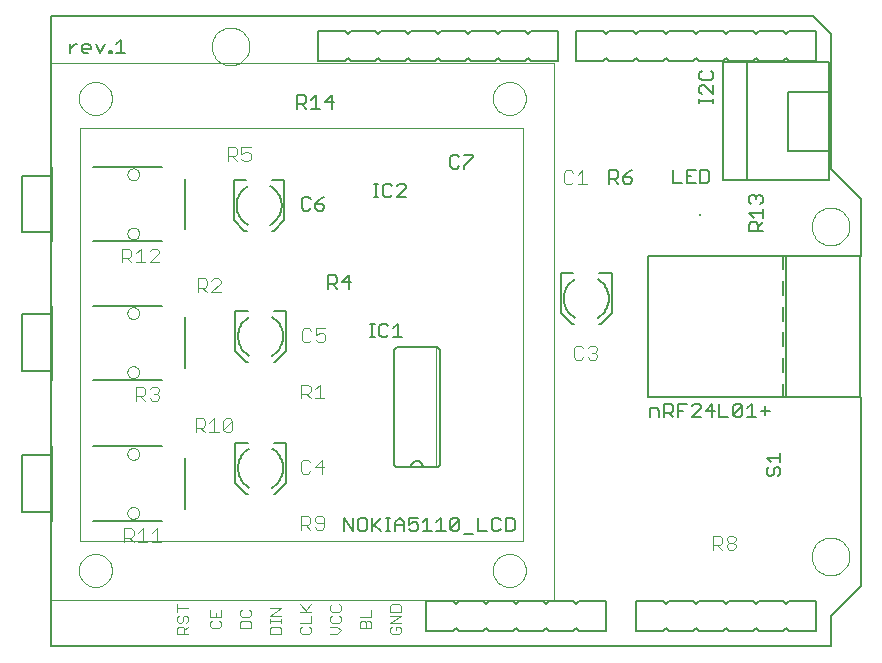
<source format=gto>
G75*
G70*
%OFA0B0*%
%FSLAX24Y24*%
%IPPOS*%
%LPD*%
%AMOC8*
5,1,8,0,0,1.08239X$1,22.5*
%
%ADD10C,0.0000*%
%ADD11C,0.0050*%
%ADD12C,0.0030*%
%ADD13C,0.0060*%
%ADD14C,0.0040*%
%ADD15C,0.0080*%
%ADD16C,0.0020*%
%ADD17R,0.0079X0.0079*%
%ADD18C,0.0039*%
D10*
X004305Y003896D02*
X004307Y003943D01*
X004313Y003989D01*
X004323Y004035D01*
X004336Y004080D01*
X004354Y004123D01*
X004375Y004165D01*
X004399Y004205D01*
X004427Y004242D01*
X004458Y004277D01*
X004492Y004310D01*
X004528Y004339D01*
X004567Y004365D01*
X004608Y004388D01*
X004651Y004407D01*
X004695Y004423D01*
X004740Y004435D01*
X004786Y004443D01*
X004833Y004447D01*
X004879Y004447D01*
X004926Y004443D01*
X004972Y004435D01*
X005017Y004423D01*
X005061Y004407D01*
X005104Y004388D01*
X005145Y004365D01*
X005184Y004339D01*
X005220Y004310D01*
X005254Y004277D01*
X005285Y004242D01*
X005313Y004205D01*
X005337Y004165D01*
X005358Y004123D01*
X005376Y004080D01*
X005389Y004035D01*
X005399Y003989D01*
X005405Y003943D01*
X005407Y003896D01*
X005405Y003849D01*
X005399Y003803D01*
X005389Y003757D01*
X005376Y003712D01*
X005358Y003669D01*
X005337Y003627D01*
X005313Y003587D01*
X005285Y003550D01*
X005254Y003515D01*
X005220Y003482D01*
X005184Y003453D01*
X005145Y003427D01*
X005104Y003404D01*
X005061Y003385D01*
X005017Y003369D01*
X004972Y003357D01*
X004926Y003349D01*
X004879Y003345D01*
X004833Y003345D01*
X004786Y003349D01*
X004740Y003357D01*
X004695Y003369D01*
X004651Y003385D01*
X004608Y003404D01*
X004567Y003427D01*
X004528Y003453D01*
X004492Y003482D01*
X004458Y003515D01*
X004427Y003550D01*
X004399Y003587D01*
X004375Y003627D01*
X004354Y003669D01*
X004336Y003712D01*
X004323Y003757D01*
X004313Y003803D01*
X004307Y003849D01*
X004305Y003896D01*
X005919Y005811D02*
X005921Y005838D01*
X005927Y005865D01*
X005936Y005891D01*
X005949Y005915D01*
X005965Y005938D01*
X005984Y005957D01*
X006006Y005974D01*
X006030Y005988D01*
X006055Y005998D01*
X006082Y006005D01*
X006109Y006008D01*
X006137Y006007D01*
X006164Y006002D01*
X006190Y005994D01*
X006214Y005982D01*
X006237Y005966D01*
X006258Y005948D01*
X006275Y005927D01*
X006290Y005903D01*
X006301Y005878D01*
X006309Y005852D01*
X006313Y005825D01*
X006313Y005797D01*
X006309Y005770D01*
X006301Y005744D01*
X006290Y005719D01*
X006275Y005695D01*
X006258Y005674D01*
X006237Y005656D01*
X006215Y005640D01*
X006190Y005628D01*
X006164Y005620D01*
X006137Y005615D01*
X006109Y005614D01*
X006082Y005617D01*
X006055Y005624D01*
X006030Y005634D01*
X006006Y005648D01*
X005984Y005665D01*
X005965Y005684D01*
X005949Y005707D01*
X005936Y005731D01*
X005927Y005757D01*
X005921Y005784D01*
X005919Y005811D01*
X005919Y007780D02*
X005921Y007807D01*
X005927Y007834D01*
X005936Y007860D01*
X005949Y007884D01*
X005965Y007907D01*
X005984Y007926D01*
X006006Y007943D01*
X006030Y007957D01*
X006055Y007967D01*
X006082Y007974D01*
X006109Y007977D01*
X006137Y007976D01*
X006164Y007971D01*
X006190Y007963D01*
X006214Y007951D01*
X006237Y007935D01*
X006258Y007917D01*
X006275Y007896D01*
X006290Y007872D01*
X006301Y007847D01*
X006309Y007821D01*
X006313Y007794D01*
X006313Y007766D01*
X006309Y007739D01*
X006301Y007713D01*
X006290Y007688D01*
X006275Y007664D01*
X006258Y007643D01*
X006237Y007625D01*
X006215Y007609D01*
X006190Y007597D01*
X006164Y007589D01*
X006137Y007584D01*
X006109Y007583D01*
X006082Y007586D01*
X006055Y007593D01*
X006030Y007603D01*
X006006Y007617D01*
X005984Y007634D01*
X005965Y007653D01*
X005949Y007676D01*
X005936Y007700D01*
X005927Y007726D01*
X005921Y007753D01*
X005919Y007780D01*
X005919Y010501D02*
X005921Y010528D01*
X005927Y010555D01*
X005936Y010581D01*
X005949Y010605D01*
X005965Y010628D01*
X005984Y010647D01*
X006006Y010664D01*
X006030Y010678D01*
X006055Y010688D01*
X006082Y010695D01*
X006109Y010698D01*
X006137Y010697D01*
X006164Y010692D01*
X006190Y010684D01*
X006214Y010672D01*
X006237Y010656D01*
X006258Y010638D01*
X006275Y010617D01*
X006290Y010593D01*
X006301Y010568D01*
X006309Y010542D01*
X006313Y010515D01*
X006313Y010487D01*
X006309Y010460D01*
X006301Y010434D01*
X006290Y010409D01*
X006275Y010385D01*
X006258Y010364D01*
X006237Y010346D01*
X006215Y010330D01*
X006190Y010318D01*
X006164Y010310D01*
X006137Y010305D01*
X006109Y010304D01*
X006082Y010307D01*
X006055Y010314D01*
X006030Y010324D01*
X006006Y010338D01*
X005984Y010355D01*
X005965Y010374D01*
X005949Y010397D01*
X005936Y010421D01*
X005927Y010447D01*
X005921Y010474D01*
X005919Y010501D01*
X005919Y012469D02*
X005921Y012496D01*
X005927Y012523D01*
X005936Y012549D01*
X005949Y012573D01*
X005965Y012596D01*
X005984Y012615D01*
X006006Y012632D01*
X006030Y012646D01*
X006055Y012656D01*
X006082Y012663D01*
X006109Y012666D01*
X006137Y012665D01*
X006164Y012660D01*
X006190Y012652D01*
X006214Y012640D01*
X006237Y012624D01*
X006258Y012606D01*
X006275Y012585D01*
X006290Y012561D01*
X006301Y012536D01*
X006309Y012510D01*
X006313Y012483D01*
X006313Y012455D01*
X006309Y012428D01*
X006301Y012402D01*
X006290Y012377D01*
X006275Y012353D01*
X006258Y012332D01*
X006237Y012314D01*
X006215Y012298D01*
X006190Y012286D01*
X006164Y012278D01*
X006137Y012273D01*
X006109Y012272D01*
X006082Y012275D01*
X006055Y012282D01*
X006030Y012292D01*
X006006Y012306D01*
X005984Y012323D01*
X005965Y012342D01*
X005949Y012365D01*
X005936Y012389D01*
X005927Y012415D01*
X005921Y012442D01*
X005919Y012469D01*
X005919Y015128D02*
X005921Y015155D01*
X005927Y015182D01*
X005936Y015208D01*
X005949Y015232D01*
X005965Y015255D01*
X005984Y015274D01*
X006006Y015291D01*
X006030Y015305D01*
X006055Y015315D01*
X006082Y015322D01*
X006109Y015325D01*
X006137Y015324D01*
X006164Y015319D01*
X006190Y015311D01*
X006214Y015299D01*
X006237Y015283D01*
X006258Y015265D01*
X006275Y015244D01*
X006290Y015220D01*
X006301Y015195D01*
X006309Y015169D01*
X006313Y015142D01*
X006313Y015114D01*
X006309Y015087D01*
X006301Y015061D01*
X006290Y015036D01*
X006275Y015012D01*
X006258Y014991D01*
X006237Y014973D01*
X006215Y014957D01*
X006190Y014945D01*
X006164Y014937D01*
X006137Y014932D01*
X006109Y014931D01*
X006082Y014934D01*
X006055Y014941D01*
X006030Y014951D01*
X006006Y014965D01*
X005984Y014982D01*
X005965Y015001D01*
X005949Y015024D01*
X005936Y015048D01*
X005927Y015074D01*
X005921Y015101D01*
X005919Y015128D01*
X005919Y017096D02*
X005921Y017123D01*
X005927Y017150D01*
X005936Y017176D01*
X005949Y017200D01*
X005965Y017223D01*
X005984Y017242D01*
X006006Y017259D01*
X006030Y017273D01*
X006055Y017283D01*
X006082Y017290D01*
X006109Y017293D01*
X006137Y017292D01*
X006164Y017287D01*
X006190Y017279D01*
X006214Y017267D01*
X006237Y017251D01*
X006258Y017233D01*
X006275Y017212D01*
X006290Y017188D01*
X006301Y017163D01*
X006309Y017137D01*
X006313Y017110D01*
X006313Y017082D01*
X006309Y017055D01*
X006301Y017029D01*
X006290Y017004D01*
X006275Y016980D01*
X006258Y016959D01*
X006237Y016941D01*
X006215Y016925D01*
X006190Y016913D01*
X006164Y016905D01*
X006137Y016900D01*
X006109Y016899D01*
X006082Y016902D01*
X006055Y016909D01*
X006030Y016919D01*
X006006Y016933D01*
X005984Y016950D01*
X005965Y016969D01*
X005949Y016992D01*
X005936Y017016D01*
X005927Y017042D01*
X005921Y017069D01*
X005919Y017096D01*
X004305Y019629D02*
X004307Y019676D01*
X004313Y019722D01*
X004323Y019768D01*
X004336Y019813D01*
X004354Y019856D01*
X004375Y019898D01*
X004399Y019938D01*
X004427Y019975D01*
X004458Y020010D01*
X004492Y020043D01*
X004528Y020072D01*
X004567Y020098D01*
X004608Y020121D01*
X004651Y020140D01*
X004695Y020156D01*
X004740Y020168D01*
X004786Y020176D01*
X004833Y020180D01*
X004879Y020180D01*
X004926Y020176D01*
X004972Y020168D01*
X005017Y020156D01*
X005061Y020140D01*
X005104Y020121D01*
X005145Y020098D01*
X005184Y020072D01*
X005220Y020043D01*
X005254Y020010D01*
X005285Y019975D01*
X005313Y019938D01*
X005337Y019898D01*
X005358Y019856D01*
X005376Y019813D01*
X005389Y019768D01*
X005399Y019722D01*
X005405Y019676D01*
X005407Y019629D01*
X005405Y019582D01*
X005399Y019536D01*
X005389Y019490D01*
X005376Y019445D01*
X005358Y019402D01*
X005337Y019360D01*
X005313Y019320D01*
X005285Y019283D01*
X005254Y019248D01*
X005220Y019215D01*
X005184Y019186D01*
X005145Y019160D01*
X005104Y019137D01*
X005061Y019118D01*
X005017Y019102D01*
X004972Y019090D01*
X004926Y019082D01*
X004879Y019078D01*
X004833Y019078D01*
X004786Y019082D01*
X004740Y019090D01*
X004695Y019102D01*
X004651Y019118D01*
X004608Y019137D01*
X004567Y019160D01*
X004528Y019186D01*
X004492Y019215D01*
X004458Y019248D01*
X004427Y019283D01*
X004399Y019320D01*
X004375Y019360D01*
X004354Y019402D01*
X004336Y019445D01*
X004323Y019490D01*
X004313Y019536D01*
X004307Y019582D01*
X004305Y019629D01*
X008730Y021360D02*
X008732Y021410D01*
X008738Y021460D01*
X008748Y021509D01*
X008762Y021557D01*
X008779Y021604D01*
X008800Y021649D01*
X008825Y021693D01*
X008853Y021734D01*
X008885Y021773D01*
X008919Y021810D01*
X008956Y021844D01*
X008996Y021874D01*
X009038Y021901D01*
X009082Y021925D01*
X009128Y021946D01*
X009175Y021962D01*
X009223Y021975D01*
X009273Y021984D01*
X009322Y021989D01*
X009373Y021990D01*
X009423Y021987D01*
X009472Y021980D01*
X009521Y021969D01*
X009569Y021954D01*
X009615Y021936D01*
X009660Y021914D01*
X009703Y021888D01*
X009744Y021859D01*
X009783Y021827D01*
X009819Y021792D01*
X009851Y021754D01*
X009881Y021714D01*
X009908Y021671D01*
X009931Y021627D01*
X009950Y021581D01*
X009966Y021533D01*
X009978Y021484D01*
X009986Y021435D01*
X009990Y021385D01*
X009990Y021335D01*
X009986Y021285D01*
X009978Y021236D01*
X009966Y021187D01*
X009950Y021139D01*
X009931Y021093D01*
X009908Y021049D01*
X009881Y021006D01*
X009851Y020966D01*
X009819Y020928D01*
X009783Y020893D01*
X009744Y020861D01*
X009703Y020832D01*
X009660Y020806D01*
X009615Y020784D01*
X009569Y020766D01*
X009521Y020751D01*
X009472Y020740D01*
X009423Y020733D01*
X009373Y020730D01*
X009322Y020731D01*
X009273Y020736D01*
X009223Y020745D01*
X009175Y020758D01*
X009128Y020774D01*
X009082Y020795D01*
X009038Y020819D01*
X008996Y020846D01*
X008956Y020876D01*
X008919Y020910D01*
X008885Y020947D01*
X008853Y020986D01*
X008825Y021027D01*
X008800Y021071D01*
X008779Y021116D01*
X008762Y021163D01*
X008748Y021211D01*
X008738Y021260D01*
X008732Y021310D01*
X008730Y021360D01*
X018104Y019629D02*
X018106Y019676D01*
X018112Y019722D01*
X018122Y019768D01*
X018135Y019813D01*
X018153Y019856D01*
X018174Y019898D01*
X018198Y019938D01*
X018226Y019975D01*
X018257Y020010D01*
X018291Y020043D01*
X018327Y020072D01*
X018366Y020098D01*
X018407Y020121D01*
X018450Y020140D01*
X018494Y020156D01*
X018539Y020168D01*
X018585Y020176D01*
X018632Y020180D01*
X018678Y020180D01*
X018725Y020176D01*
X018771Y020168D01*
X018816Y020156D01*
X018860Y020140D01*
X018903Y020121D01*
X018944Y020098D01*
X018983Y020072D01*
X019019Y020043D01*
X019053Y020010D01*
X019084Y019975D01*
X019112Y019938D01*
X019136Y019898D01*
X019157Y019856D01*
X019175Y019813D01*
X019188Y019768D01*
X019198Y019722D01*
X019204Y019676D01*
X019206Y019629D01*
X019204Y019582D01*
X019198Y019536D01*
X019188Y019490D01*
X019175Y019445D01*
X019157Y019402D01*
X019136Y019360D01*
X019112Y019320D01*
X019084Y019283D01*
X019053Y019248D01*
X019019Y019215D01*
X018983Y019186D01*
X018944Y019160D01*
X018903Y019137D01*
X018860Y019118D01*
X018816Y019102D01*
X018771Y019090D01*
X018725Y019082D01*
X018678Y019078D01*
X018632Y019078D01*
X018585Y019082D01*
X018539Y019090D01*
X018494Y019102D01*
X018450Y019118D01*
X018407Y019137D01*
X018366Y019160D01*
X018327Y019186D01*
X018291Y019215D01*
X018257Y019248D01*
X018226Y019283D01*
X018198Y019320D01*
X018174Y019360D01*
X018153Y019402D01*
X018135Y019445D01*
X018122Y019490D01*
X018112Y019536D01*
X018106Y019582D01*
X018104Y019629D01*
X028730Y015360D02*
X028732Y015410D01*
X028738Y015460D01*
X028748Y015509D01*
X028762Y015557D01*
X028779Y015604D01*
X028800Y015649D01*
X028825Y015693D01*
X028853Y015734D01*
X028885Y015773D01*
X028919Y015810D01*
X028956Y015844D01*
X028996Y015874D01*
X029038Y015901D01*
X029082Y015925D01*
X029128Y015946D01*
X029175Y015962D01*
X029223Y015975D01*
X029273Y015984D01*
X029322Y015989D01*
X029373Y015990D01*
X029423Y015987D01*
X029472Y015980D01*
X029521Y015969D01*
X029569Y015954D01*
X029615Y015936D01*
X029660Y015914D01*
X029703Y015888D01*
X029744Y015859D01*
X029783Y015827D01*
X029819Y015792D01*
X029851Y015754D01*
X029881Y015714D01*
X029908Y015671D01*
X029931Y015627D01*
X029950Y015581D01*
X029966Y015533D01*
X029978Y015484D01*
X029986Y015435D01*
X029990Y015385D01*
X029990Y015335D01*
X029986Y015285D01*
X029978Y015236D01*
X029966Y015187D01*
X029950Y015139D01*
X029931Y015093D01*
X029908Y015049D01*
X029881Y015006D01*
X029851Y014966D01*
X029819Y014928D01*
X029783Y014893D01*
X029744Y014861D01*
X029703Y014832D01*
X029660Y014806D01*
X029615Y014784D01*
X029569Y014766D01*
X029521Y014751D01*
X029472Y014740D01*
X029423Y014733D01*
X029373Y014730D01*
X029322Y014731D01*
X029273Y014736D01*
X029223Y014745D01*
X029175Y014758D01*
X029128Y014774D01*
X029082Y014795D01*
X029038Y014819D01*
X028996Y014846D01*
X028956Y014876D01*
X028919Y014910D01*
X028885Y014947D01*
X028853Y014986D01*
X028825Y015027D01*
X028800Y015071D01*
X028779Y015116D01*
X028762Y015163D01*
X028748Y015211D01*
X028738Y015260D01*
X028732Y015310D01*
X028730Y015360D01*
X028730Y004360D02*
X028732Y004410D01*
X028738Y004460D01*
X028748Y004509D01*
X028762Y004557D01*
X028779Y004604D01*
X028800Y004649D01*
X028825Y004693D01*
X028853Y004734D01*
X028885Y004773D01*
X028919Y004810D01*
X028956Y004844D01*
X028996Y004874D01*
X029038Y004901D01*
X029082Y004925D01*
X029128Y004946D01*
X029175Y004962D01*
X029223Y004975D01*
X029273Y004984D01*
X029322Y004989D01*
X029373Y004990D01*
X029423Y004987D01*
X029472Y004980D01*
X029521Y004969D01*
X029569Y004954D01*
X029615Y004936D01*
X029660Y004914D01*
X029703Y004888D01*
X029744Y004859D01*
X029783Y004827D01*
X029819Y004792D01*
X029851Y004754D01*
X029881Y004714D01*
X029908Y004671D01*
X029931Y004627D01*
X029950Y004581D01*
X029966Y004533D01*
X029978Y004484D01*
X029986Y004435D01*
X029990Y004385D01*
X029990Y004335D01*
X029986Y004285D01*
X029978Y004236D01*
X029966Y004187D01*
X029950Y004139D01*
X029931Y004093D01*
X029908Y004049D01*
X029881Y004006D01*
X029851Y003966D01*
X029819Y003928D01*
X029783Y003893D01*
X029744Y003861D01*
X029703Y003832D01*
X029660Y003806D01*
X029615Y003784D01*
X029569Y003766D01*
X029521Y003751D01*
X029472Y003740D01*
X029423Y003733D01*
X029373Y003730D01*
X029322Y003731D01*
X029273Y003736D01*
X029223Y003745D01*
X029175Y003758D01*
X029128Y003774D01*
X029082Y003795D01*
X029038Y003819D01*
X028996Y003846D01*
X028956Y003876D01*
X028919Y003910D01*
X028885Y003947D01*
X028853Y003986D01*
X028825Y004027D01*
X028800Y004071D01*
X028779Y004116D01*
X028762Y004163D01*
X028748Y004211D01*
X028738Y004260D01*
X028732Y004310D01*
X028730Y004360D01*
X018104Y003896D02*
X018106Y003943D01*
X018112Y003989D01*
X018122Y004035D01*
X018135Y004080D01*
X018153Y004123D01*
X018174Y004165D01*
X018198Y004205D01*
X018226Y004242D01*
X018257Y004277D01*
X018291Y004310D01*
X018327Y004339D01*
X018366Y004365D01*
X018407Y004388D01*
X018450Y004407D01*
X018494Y004423D01*
X018539Y004435D01*
X018585Y004443D01*
X018632Y004447D01*
X018678Y004447D01*
X018725Y004443D01*
X018771Y004435D01*
X018816Y004423D01*
X018860Y004407D01*
X018903Y004388D01*
X018944Y004365D01*
X018983Y004339D01*
X019019Y004310D01*
X019053Y004277D01*
X019084Y004242D01*
X019112Y004205D01*
X019136Y004165D01*
X019157Y004123D01*
X019175Y004080D01*
X019188Y004035D01*
X019198Y003989D01*
X019204Y003943D01*
X019206Y003896D01*
X019204Y003849D01*
X019198Y003803D01*
X019188Y003757D01*
X019175Y003712D01*
X019157Y003669D01*
X019136Y003627D01*
X019112Y003587D01*
X019084Y003550D01*
X019053Y003515D01*
X019019Y003482D01*
X018983Y003453D01*
X018944Y003427D01*
X018903Y003404D01*
X018860Y003385D01*
X018816Y003369D01*
X018771Y003357D01*
X018725Y003349D01*
X018678Y003345D01*
X018632Y003345D01*
X018585Y003349D01*
X018539Y003357D01*
X018494Y003369D01*
X018450Y003385D01*
X018407Y003404D01*
X018366Y003427D01*
X018327Y003453D01*
X018291Y003482D01*
X018257Y003515D01*
X018226Y003550D01*
X018198Y003587D01*
X018174Y003627D01*
X018153Y003669D01*
X018135Y003712D01*
X018122Y003757D01*
X018112Y003803D01*
X018106Y003849D01*
X018104Y003896D01*
D11*
X029360Y001360D02*
X003360Y001360D01*
X003360Y022360D01*
X028760Y022360D01*
X029360Y021760D01*
X029360Y017260D01*
X030360Y016260D01*
X030360Y014360D01*
X027860Y014360D01*
X027860Y009660D01*
X030360Y009660D01*
X030360Y003360D01*
X029360Y002360D01*
X029360Y001360D01*
X027609Y007048D02*
X027684Y007123D01*
X027684Y007273D01*
X027609Y007348D01*
X027534Y007348D01*
X027459Y007273D01*
X027459Y007123D01*
X027384Y007048D01*
X027309Y007048D01*
X027234Y007123D01*
X027234Y007273D01*
X027309Y007348D01*
X027384Y007508D02*
X027234Y007658D01*
X027684Y007658D01*
X027684Y007508D02*
X027684Y007808D01*
X027188Y009070D02*
X027188Y009370D01*
X027038Y009220D02*
X027338Y009220D01*
X027788Y009666D02*
X027788Y010125D01*
X027788Y010519D02*
X027788Y010978D01*
X027788Y011372D02*
X027788Y011831D01*
X027788Y012225D02*
X027788Y012684D01*
X027788Y013078D02*
X027788Y013537D01*
X027788Y013931D02*
X027788Y014390D01*
X030347Y014390D01*
X030347Y009666D01*
X027788Y009666D01*
X023260Y009666D01*
X023260Y014390D01*
X027788Y014390D01*
X027095Y015194D02*
X026645Y015194D01*
X026645Y015419D01*
X026720Y015494D01*
X026870Y015494D01*
X026945Y015419D01*
X026945Y015194D01*
X026945Y015344D02*
X027095Y015494D01*
X027095Y015654D02*
X027095Y015954D01*
X027095Y015804D02*
X026645Y015804D01*
X026795Y015654D01*
X026720Y016115D02*
X026645Y016190D01*
X026645Y016340D01*
X026720Y016415D01*
X026795Y016415D01*
X026870Y016340D01*
X026945Y016415D01*
X027020Y016415D01*
X027095Y016340D01*
X027095Y016190D01*
X027020Y016115D01*
X026870Y016265D02*
X026870Y016340D01*
X026566Y016898D02*
X025779Y016898D01*
X025779Y020835D01*
X026566Y020835D01*
X026566Y016898D01*
X029322Y016898D01*
X029322Y017882D01*
X027944Y017882D01*
X027944Y019851D01*
X029322Y019851D01*
X029322Y017882D01*
X029322Y019851D02*
X029322Y020835D01*
X026566Y020835D01*
X025434Y020466D02*
X025434Y020316D01*
X025359Y020241D01*
X025059Y020241D01*
X024983Y020316D01*
X024983Y020466D01*
X025059Y020541D01*
X025359Y020541D02*
X025434Y020466D01*
X025434Y020081D02*
X025434Y019781D01*
X025134Y020081D01*
X025059Y020081D01*
X024983Y020006D01*
X024983Y019856D01*
X025059Y019781D01*
X024983Y019624D02*
X024983Y019474D01*
X024983Y019549D02*
X025434Y019549D01*
X025434Y019474D02*
X025434Y019624D01*
X025244Y017252D02*
X025019Y017252D01*
X025019Y016802D01*
X025244Y016802D01*
X025319Y016877D01*
X025319Y017177D01*
X025244Y017252D01*
X024859Y017252D02*
X024558Y017252D01*
X024558Y016802D01*
X024859Y016802D01*
X024709Y017027D02*
X024558Y017027D01*
X024398Y016802D02*
X024098Y016802D01*
X024098Y017252D01*
X022746Y017235D02*
X022596Y017160D01*
X022445Y017010D01*
X022671Y017010D01*
X022746Y016935D01*
X022746Y016860D01*
X022671Y016785D01*
X022520Y016785D01*
X022445Y016860D01*
X022445Y017010D01*
X022285Y017010D02*
X022285Y017160D01*
X022210Y017235D01*
X021985Y017235D01*
X021985Y016785D01*
X021985Y016935D02*
X022210Y016935D01*
X022285Y017010D01*
X022135Y016935D02*
X022285Y016785D01*
X017446Y017660D02*
X017145Y017360D01*
X017145Y017285D01*
X016985Y017360D02*
X016910Y017285D01*
X016760Y017285D01*
X016685Y017360D01*
X016685Y017660D01*
X016760Y017735D01*
X016910Y017735D01*
X016985Y017660D01*
X017145Y017735D02*
X017446Y017735D01*
X017446Y017660D01*
X015203Y016710D02*
X015128Y016785D01*
X014977Y016785D01*
X014902Y016710D01*
X014742Y016710D02*
X014667Y016785D01*
X014517Y016785D01*
X014442Y016710D01*
X014442Y016410D01*
X014517Y016335D01*
X014667Y016335D01*
X014742Y016410D01*
X014902Y016335D02*
X015203Y016635D01*
X015203Y016710D01*
X015203Y016335D02*
X014902Y016335D01*
X014285Y016335D02*
X014135Y016335D01*
X014210Y016335D02*
X014210Y016785D01*
X014135Y016785D02*
X014285Y016785D01*
X012489Y016339D02*
X012339Y016264D01*
X012189Y016114D01*
X012414Y016114D01*
X012489Y016039D01*
X012489Y015964D01*
X012414Y015888D01*
X012264Y015888D01*
X012189Y015964D01*
X012189Y016114D01*
X012029Y016264D02*
X011954Y016339D01*
X011804Y016339D01*
X011729Y016264D01*
X011729Y015964D01*
X011804Y015888D01*
X011954Y015888D01*
X012029Y015964D01*
X012614Y013730D02*
X012839Y013730D01*
X012914Y013655D01*
X012914Y013505D01*
X012839Y013430D01*
X012614Y013430D01*
X012614Y013280D02*
X012614Y013730D01*
X012764Y013430D02*
X012914Y013280D01*
X013075Y013505D02*
X013375Y013505D01*
X013300Y013280D02*
X013300Y013730D01*
X013075Y013505D01*
X014013Y012124D02*
X014163Y012124D01*
X014088Y012124D02*
X014088Y011674D01*
X014013Y011674D02*
X014163Y011674D01*
X014320Y011749D02*
X014395Y011674D01*
X014545Y011674D01*
X014620Y011749D01*
X014780Y011674D02*
X015081Y011674D01*
X014930Y011674D02*
X014930Y012124D01*
X014780Y011974D01*
X014620Y012049D02*
X014545Y012124D01*
X014395Y012124D01*
X014320Y012049D01*
X014320Y011749D01*
X014376Y005645D02*
X014076Y005345D01*
X014151Y005420D02*
X014376Y005195D01*
X014536Y005195D02*
X014686Y005195D01*
X014611Y005195D02*
X014611Y005645D01*
X014536Y005645D02*
X014686Y005645D01*
X014843Y005495D02*
X014993Y005645D01*
X015143Y005495D01*
X015143Y005195D01*
X015303Y005270D02*
X015379Y005195D01*
X015529Y005195D01*
X015604Y005270D01*
X015604Y005420D01*
X015529Y005495D01*
X015454Y005495D01*
X015303Y005420D01*
X015303Y005645D01*
X015604Y005645D01*
X015764Y005495D02*
X015914Y005645D01*
X015914Y005195D01*
X015764Y005195D02*
X016064Y005195D01*
X016224Y005195D02*
X016525Y005195D01*
X016374Y005195D02*
X016374Y005645D01*
X016224Y005495D01*
X016685Y005570D02*
X016685Y005270D01*
X016985Y005570D01*
X016985Y005270D01*
X016910Y005195D01*
X016760Y005195D01*
X016685Y005270D01*
X016685Y005570D02*
X016760Y005645D01*
X016910Y005645D01*
X016985Y005570D01*
X017145Y005120D02*
X017445Y005120D01*
X017605Y005195D02*
X017906Y005195D01*
X018066Y005270D02*
X018141Y005195D01*
X018291Y005195D01*
X018366Y005270D01*
X018526Y005195D02*
X018751Y005195D01*
X018827Y005270D01*
X018827Y005570D01*
X018751Y005645D01*
X018526Y005645D01*
X018526Y005195D01*
X018366Y005570D02*
X018291Y005645D01*
X018141Y005645D01*
X018066Y005570D01*
X018066Y005270D01*
X017605Y005195D02*
X017605Y005645D01*
X015143Y005420D02*
X014843Y005420D01*
X014843Y005495D02*
X014843Y005195D01*
X014076Y005195D02*
X014076Y005645D01*
X013916Y005570D02*
X013841Y005645D01*
X013690Y005645D01*
X013615Y005570D01*
X013615Y005270D01*
X013690Y005195D01*
X013841Y005195D01*
X013916Y005270D01*
X013916Y005570D01*
X013455Y005645D02*
X013455Y005195D01*
X013155Y005645D01*
X013155Y005195D01*
X023355Y008995D02*
X023355Y009295D01*
X023580Y009295D01*
X023655Y009220D01*
X023655Y008995D01*
X023815Y008995D02*
X023815Y009445D01*
X024041Y009445D01*
X024116Y009370D01*
X024116Y009220D01*
X024041Y009145D01*
X023815Y009145D01*
X023966Y009145D02*
X024116Y008995D01*
X024276Y008995D02*
X024276Y009445D01*
X024576Y009445D01*
X024736Y009370D02*
X024811Y009445D01*
X024961Y009445D01*
X025036Y009370D01*
X025036Y009295D01*
X024736Y008995D01*
X025036Y008995D01*
X025197Y009220D02*
X025497Y009220D01*
X025422Y008995D02*
X025422Y009445D01*
X025197Y009220D01*
X025657Y008995D02*
X025957Y008995D01*
X026117Y009070D02*
X026117Y009370D01*
X026192Y009445D01*
X026343Y009445D01*
X026418Y009370D01*
X026117Y009070D01*
X026192Y008995D01*
X026343Y008995D01*
X026418Y009070D01*
X026418Y009370D01*
X026578Y009295D02*
X026728Y009445D01*
X026728Y008995D01*
X026578Y008995D02*
X026878Y008995D01*
X025657Y008995D02*
X025657Y009445D01*
X024426Y009220D02*
X024276Y009220D01*
X012731Y019285D02*
X012731Y019735D01*
X012506Y019510D01*
X012806Y019510D01*
X012346Y019285D02*
X012045Y019285D01*
X012196Y019285D02*
X012196Y019735D01*
X012045Y019585D01*
X011885Y019510D02*
X011810Y019435D01*
X011585Y019435D01*
X011585Y019285D02*
X011585Y019735D01*
X011810Y019735D01*
X011885Y019660D01*
X011885Y019510D01*
X011735Y019435D02*
X011885Y019285D01*
X005850Y021135D02*
X005550Y021135D01*
X005700Y021135D02*
X005700Y021585D01*
X005550Y021435D01*
X005395Y021210D02*
X005395Y021135D01*
X005319Y021135D01*
X005319Y021210D01*
X005395Y021210D01*
X005159Y021435D02*
X005009Y021135D01*
X004859Y021435D01*
X004699Y021360D02*
X004699Y021285D01*
X004399Y021285D01*
X004399Y021210D02*
X004399Y021360D01*
X004474Y021435D01*
X004624Y021435D01*
X004699Y021360D01*
X004624Y021135D02*
X004474Y021135D01*
X004399Y021210D01*
X004240Y021435D02*
X004165Y021435D01*
X004015Y021285D01*
X004015Y021135D02*
X004015Y021435D01*
D12*
X007575Y002759D02*
X007575Y002512D01*
X007575Y002635D02*
X007945Y002635D01*
X007883Y002390D02*
X007945Y002328D01*
X007945Y002205D01*
X007883Y002143D01*
X007945Y002022D02*
X007822Y001898D01*
X007822Y001960D02*
X007822Y001775D01*
X007945Y001775D02*
X007575Y001775D01*
X007575Y001960D01*
X007636Y002022D01*
X007760Y002022D01*
X007822Y001960D01*
X007698Y002143D02*
X007760Y002205D01*
X007760Y002328D01*
X007822Y002390D01*
X007883Y002390D01*
X007636Y002390D02*
X007575Y002328D01*
X007575Y002205D01*
X007636Y002143D01*
X007698Y002143D01*
X008675Y002160D02*
X008675Y002037D01*
X008736Y001975D01*
X008983Y001975D01*
X009045Y002037D01*
X009045Y002160D01*
X008983Y002222D01*
X009045Y002343D02*
X008675Y002343D01*
X008675Y002590D01*
X008860Y002467D02*
X008860Y002343D01*
X008736Y002222D02*
X008675Y002160D01*
X009045Y002343D02*
X009045Y002590D01*
X009675Y002528D02*
X009675Y002405D01*
X009736Y002343D01*
X009983Y002343D01*
X010045Y002405D01*
X010045Y002528D01*
X009983Y002590D01*
X009736Y002590D02*
X009675Y002528D01*
X009736Y002222D02*
X009675Y002160D01*
X009675Y001975D01*
X010045Y001975D01*
X010045Y002160D01*
X009983Y002222D01*
X009736Y002222D01*
X010675Y002205D02*
X011045Y002205D01*
X011045Y002143D02*
X011045Y002267D01*
X011045Y002389D02*
X010675Y002389D01*
X011045Y002636D01*
X010675Y002636D01*
X010675Y002267D02*
X010675Y002143D01*
X010736Y002022D02*
X010675Y001960D01*
X010675Y001775D01*
X011045Y001775D01*
X011045Y001960D01*
X010983Y002022D01*
X010736Y002022D01*
X011675Y001960D02*
X011675Y001837D01*
X011736Y001775D01*
X011983Y001775D01*
X012045Y001837D01*
X012045Y001960D01*
X011983Y002022D01*
X012045Y002143D02*
X012045Y002390D01*
X012045Y002512D02*
X011675Y002512D01*
X011860Y002573D02*
X012045Y002759D01*
X011922Y002512D02*
X011675Y002759D01*
X011675Y002143D02*
X012045Y002143D01*
X011736Y002022D02*
X011675Y001960D01*
X012675Y002022D02*
X012922Y002022D01*
X013045Y001898D01*
X012922Y001775D01*
X012675Y001775D01*
X012736Y002143D02*
X012983Y002143D01*
X013045Y002205D01*
X013045Y002328D01*
X012983Y002390D01*
X012983Y002512D02*
X012736Y002512D01*
X012675Y002573D01*
X012675Y002697D01*
X012736Y002759D01*
X012983Y002759D02*
X013045Y002697D01*
X013045Y002573D01*
X012983Y002512D01*
X012736Y002390D02*
X012675Y002328D01*
X012675Y002205D01*
X012736Y002143D01*
X013675Y002160D02*
X013675Y001975D01*
X014045Y001975D01*
X014045Y002160D01*
X013983Y002222D01*
X013922Y002222D01*
X013860Y002160D01*
X013860Y001975D01*
X013860Y002160D02*
X013798Y002222D01*
X013736Y002222D01*
X013675Y002160D01*
X013675Y002343D02*
X014045Y002343D01*
X014045Y002590D01*
X014675Y002512D02*
X014675Y002697D01*
X014736Y002759D01*
X014983Y002759D01*
X015045Y002697D01*
X015045Y002512D01*
X014675Y002512D01*
X014675Y002390D02*
X015045Y002390D01*
X014675Y002143D01*
X015045Y002143D01*
X014983Y002022D02*
X014860Y002022D01*
X014860Y001898D01*
X014983Y001775D02*
X015045Y001837D01*
X015045Y001960D01*
X014983Y002022D01*
X014736Y002022D02*
X014675Y001960D01*
X014675Y001837D01*
X014736Y001775D01*
X014983Y001775D01*
D13*
X015860Y001860D02*
X016760Y001860D01*
X016860Y001960D01*
X016960Y001860D01*
X017760Y001860D01*
X017860Y001960D01*
X017960Y001860D01*
X018760Y001860D01*
X018860Y001960D01*
X018960Y001860D01*
X019760Y001860D01*
X019860Y001960D01*
X019960Y001860D01*
X020760Y001860D01*
X020860Y001960D01*
X020960Y001860D01*
X021860Y001860D01*
X021860Y002860D01*
X020960Y002860D01*
X020860Y002760D01*
X020760Y002860D01*
X019960Y002860D01*
X019860Y002760D01*
X019760Y002860D01*
X018960Y002860D01*
X018860Y002760D01*
X018760Y002860D01*
X017960Y002860D01*
X017860Y002760D01*
X017760Y002860D01*
X016960Y002860D01*
X016860Y002760D01*
X016760Y002860D01*
X015860Y002860D01*
X015860Y001860D01*
X022860Y001860D02*
X023760Y001860D01*
X023860Y001960D01*
X023960Y001860D01*
X024760Y001860D01*
X024860Y001960D01*
X024960Y001860D01*
X025760Y001860D01*
X025860Y001960D01*
X025960Y001860D01*
X026760Y001860D01*
X026860Y001960D01*
X026960Y001860D01*
X027760Y001860D01*
X027860Y001960D01*
X027960Y001860D01*
X028860Y001860D01*
X028860Y002860D01*
X027960Y002860D01*
X027860Y002760D01*
X027760Y002860D01*
X026960Y002860D01*
X026860Y002760D01*
X026760Y002860D01*
X025960Y002860D01*
X025860Y002760D01*
X025760Y002860D01*
X024960Y002860D01*
X024860Y002760D01*
X024760Y002860D01*
X023960Y002860D01*
X023860Y002760D01*
X023760Y002860D01*
X022860Y002860D01*
X022860Y001860D01*
X016194Y007339D02*
X015774Y007339D01*
X015374Y007339D01*
X014954Y007339D01*
X014931Y007341D01*
X014908Y007346D01*
X014886Y007355D01*
X014866Y007368D01*
X014848Y007383D01*
X014833Y007401D01*
X014820Y007421D01*
X014811Y007443D01*
X014806Y007466D01*
X014804Y007489D01*
X014804Y011189D01*
X014806Y011212D01*
X014811Y011235D01*
X014820Y011257D01*
X014833Y011277D01*
X014848Y011295D01*
X014866Y011310D01*
X014886Y011323D01*
X014908Y011332D01*
X014931Y011337D01*
X014954Y011339D01*
X016194Y011339D01*
X016217Y011337D01*
X016240Y011332D01*
X016262Y011323D01*
X016282Y011310D01*
X016300Y011295D01*
X016315Y011277D01*
X016328Y011257D01*
X016337Y011235D01*
X016342Y011212D01*
X016344Y011189D01*
X016344Y007489D01*
X016342Y007466D01*
X016337Y007443D01*
X016328Y007421D01*
X016315Y007401D01*
X016300Y007383D01*
X016282Y007368D01*
X016262Y007355D01*
X016240Y007346D01*
X016217Y007341D01*
X016194Y007339D01*
X015774Y007339D02*
X015772Y007366D01*
X015767Y007393D01*
X015757Y007419D01*
X015745Y007443D01*
X015729Y007465D01*
X015711Y007485D01*
X015689Y007502D01*
X015666Y007517D01*
X015641Y007527D01*
X015615Y007535D01*
X015588Y007539D01*
X015560Y007539D01*
X015533Y007535D01*
X015507Y007527D01*
X015482Y007517D01*
X015459Y007502D01*
X015437Y007485D01*
X015419Y007465D01*
X015403Y007443D01*
X015391Y007419D01*
X015381Y007393D01*
X015376Y007366D01*
X015374Y007339D01*
X015360Y020860D02*
X016160Y020860D01*
X016260Y020960D01*
X016360Y020860D01*
X017160Y020860D01*
X017260Y020960D01*
X017360Y020860D01*
X018160Y020860D01*
X018260Y020960D01*
X018360Y020860D01*
X019160Y020860D01*
X019260Y020960D01*
X019360Y020860D01*
X020260Y020860D01*
X020260Y021860D01*
X019360Y021860D01*
X019260Y021760D01*
X019160Y021860D01*
X018360Y021860D01*
X018260Y021760D01*
X018160Y021860D01*
X017360Y021860D01*
X017260Y021760D01*
X017160Y021860D01*
X016360Y021860D01*
X016260Y021760D01*
X016160Y021860D01*
X015360Y021860D01*
X015260Y021760D01*
X015160Y021860D01*
X014360Y021860D01*
X014260Y021760D01*
X014160Y021860D01*
X013360Y021860D01*
X013260Y021760D01*
X013160Y021860D01*
X012260Y021860D01*
X012260Y020860D01*
X013160Y020860D01*
X013260Y020960D01*
X013360Y020860D01*
X014160Y020860D01*
X014260Y020960D01*
X014360Y020860D01*
X015160Y020860D01*
X015260Y020960D01*
X015360Y020860D01*
X020860Y020860D02*
X020860Y021860D01*
X021760Y021860D01*
X021860Y021760D01*
X021960Y021860D01*
X022760Y021860D01*
X022860Y021760D01*
X022960Y021860D01*
X023760Y021860D01*
X023860Y021760D01*
X023960Y021860D01*
X024760Y021860D01*
X024860Y021760D01*
X024960Y021860D01*
X025760Y021860D01*
X025860Y021760D01*
X025960Y021860D01*
X026760Y021860D01*
X026860Y021760D01*
X026960Y021860D01*
X027760Y021860D01*
X027860Y021760D01*
X027960Y021860D01*
X028860Y021860D01*
X028860Y020860D01*
X027960Y020860D01*
X027860Y020960D01*
X027760Y020860D01*
X026960Y020860D01*
X026860Y020960D01*
X026760Y020860D01*
X025960Y020860D01*
X025860Y020960D01*
X025760Y020860D01*
X024960Y020860D01*
X024860Y020960D01*
X024760Y020860D01*
X023960Y020860D01*
X023860Y020960D01*
X023760Y020860D01*
X022960Y020860D01*
X022860Y020960D01*
X022760Y020860D01*
X021960Y020860D01*
X021860Y020960D01*
X021760Y020860D01*
X020860Y020860D01*
D14*
X020704Y017232D02*
X020550Y017232D01*
X020473Y017155D01*
X020473Y016848D01*
X020550Y016772D01*
X020704Y016772D01*
X020780Y016848D01*
X020934Y016772D02*
X021241Y016772D01*
X021087Y016772D02*
X021087Y017232D01*
X020934Y017078D01*
X020780Y017155D02*
X020704Y017232D01*
X020884Y011380D02*
X020808Y011304D01*
X020808Y010997D01*
X020884Y010920D01*
X021038Y010920D01*
X021114Y010997D01*
X021268Y010997D02*
X021345Y010920D01*
X021498Y010920D01*
X021575Y010997D01*
X021575Y011074D01*
X021498Y011150D01*
X021421Y011150D01*
X021498Y011150D02*
X021575Y011227D01*
X021575Y011304D01*
X021498Y011380D01*
X021345Y011380D01*
X021268Y011304D01*
X021114Y011304D02*
X021038Y011380D01*
X020884Y011380D01*
X025432Y005048D02*
X025662Y005048D01*
X025739Y004971D01*
X025739Y004817D01*
X025662Y004741D01*
X025432Y004741D01*
X025586Y004741D02*
X025739Y004587D01*
X025893Y004664D02*
X025893Y004741D01*
X025969Y004817D01*
X026123Y004817D01*
X026200Y004741D01*
X026200Y004664D01*
X026123Y004587D01*
X025969Y004587D01*
X025893Y004664D01*
X025969Y004817D02*
X025893Y004894D01*
X025893Y004971D01*
X025969Y005048D01*
X026123Y005048D01*
X026200Y004971D01*
X026200Y004894D01*
X026123Y004817D01*
X025432Y004587D02*
X025432Y005048D01*
X012477Y005326D02*
X012477Y005633D01*
X012400Y005709D01*
X012246Y005709D01*
X012170Y005633D01*
X012170Y005556D01*
X012246Y005479D01*
X012477Y005479D01*
X012477Y005326D02*
X012400Y005249D01*
X012246Y005249D01*
X012170Y005326D01*
X012016Y005249D02*
X011863Y005403D01*
X011939Y005403D02*
X011709Y005403D01*
X011709Y005249D02*
X011709Y005709D01*
X011939Y005709D01*
X012016Y005633D01*
X012016Y005479D01*
X011939Y005403D01*
X011933Y007124D02*
X011780Y007124D01*
X011703Y007200D01*
X011703Y007507D01*
X011780Y007584D01*
X011933Y007584D01*
X012010Y007507D01*
X012163Y007354D02*
X012470Y007354D01*
X012393Y007124D02*
X012393Y007584D01*
X012163Y007354D01*
X012010Y007200D02*
X011933Y007124D01*
X009424Y008575D02*
X009347Y008499D01*
X009194Y008499D01*
X009117Y008575D01*
X009424Y008882D01*
X009424Y008575D01*
X009117Y008575D02*
X009117Y008882D01*
X009194Y008959D01*
X009347Y008959D01*
X009424Y008882D01*
X008963Y008499D02*
X008657Y008499D01*
X008810Y008499D02*
X008810Y008959D01*
X008657Y008806D01*
X008503Y008882D02*
X008426Y008959D01*
X008196Y008959D01*
X008196Y008499D01*
X008196Y008652D02*
X008426Y008652D01*
X008503Y008729D01*
X008503Y008882D01*
X008350Y008652D02*
X008503Y008499D01*
X006968Y009630D02*
X006892Y009554D01*
X006738Y009554D01*
X006661Y009630D01*
X006508Y009554D02*
X006354Y009707D01*
X006431Y009707D02*
X006201Y009707D01*
X006201Y009554D02*
X006201Y010014D01*
X006431Y010014D01*
X006508Y009937D01*
X006508Y009784D01*
X006431Y009707D01*
X006661Y009937D02*
X006738Y010014D01*
X006892Y010014D01*
X006968Y009937D01*
X006968Y009861D01*
X006892Y009784D01*
X006968Y009707D01*
X006968Y009630D01*
X006892Y009784D02*
X006815Y009784D01*
X008263Y013169D02*
X008263Y013629D01*
X008493Y013629D01*
X008570Y013553D01*
X008570Y013399D01*
X008493Y013322D01*
X008263Y013322D01*
X008416Y013322D02*
X008570Y013169D01*
X008723Y013169D02*
X009030Y013476D01*
X009030Y013553D01*
X008953Y013629D01*
X008800Y013629D01*
X008723Y013553D01*
X008723Y013169D02*
X009030Y013169D01*
X006977Y014160D02*
X006671Y014160D01*
X006977Y014467D01*
X006977Y014544D01*
X006901Y014620D01*
X006747Y014620D01*
X006671Y014544D01*
X006364Y014620D02*
X006364Y014160D01*
X006517Y014160D02*
X006210Y014160D01*
X006057Y014160D02*
X005903Y014313D01*
X005980Y014313D02*
X005750Y014313D01*
X005750Y014160D02*
X005750Y014620D01*
X005980Y014620D01*
X006057Y014544D01*
X006057Y014390D01*
X005980Y014313D01*
X006210Y014467D02*
X006364Y014620D01*
X009263Y017545D02*
X009263Y018005D01*
X009493Y018005D01*
X009570Y017929D01*
X009570Y017775D01*
X009493Y017699D01*
X009263Y017699D01*
X009416Y017699D02*
X009570Y017545D01*
X009723Y017622D02*
X009800Y017545D01*
X009953Y017545D01*
X010030Y017622D01*
X010030Y017775D01*
X009953Y017852D01*
X009877Y017852D01*
X009723Y017775D01*
X009723Y018005D01*
X010030Y018005D01*
X011815Y011964D02*
X011738Y011887D01*
X011738Y011580D01*
X011815Y011504D01*
X011968Y011504D01*
X012045Y011580D01*
X012198Y011580D02*
X012275Y011504D01*
X012428Y011504D01*
X012505Y011580D01*
X012505Y011734D01*
X012428Y011810D01*
X012352Y011810D01*
X012198Y011734D01*
X012198Y011964D01*
X012505Y011964D01*
X012045Y011887D02*
X011968Y011964D01*
X011815Y011964D01*
X011723Y010090D02*
X011953Y010090D01*
X012029Y010014D01*
X012029Y009860D01*
X011953Y009783D01*
X011723Y009783D01*
X011876Y009783D02*
X012029Y009630D01*
X012183Y009630D02*
X012490Y009630D01*
X012336Y009630D02*
X012336Y010090D01*
X012183Y009937D01*
X011723Y010090D02*
X011723Y009630D01*
X006898Y005297D02*
X006898Y004837D01*
X006745Y004837D02*
X007052Y004837D01*
X006745Y005144D02*
X006898Y005297D01*
X006438Y005297D02*
X006284Y005144D01*
X006131Y005220D02*
X006131Y005067D01*
X006054Y004990D01*
X005824Y004990D01*
X005824Y004837D02*
X005824Y005297D01*
X006054Y005297D01*
X006131Y005220D01*
X005977Y004990D02*
X006131Y004837D01*
X006284Y004837D02*
X006591Y004837D01*
X006438Y004837D02*
X006438Y005297D01*
D15*
X007061Y005555D02*
X004777Y005555D01*
X003399Y005555D02*
X003399Y008036D01*
X003360Y007740D02*
X002415Y007740D01*
X002415Y005851D01*
X003360Y005851D01*
X004777Y008036D02*
X007061Y008036D01*
X007848Y007642D02*
X007848Y005949D01*
X009514Y006813D02*
X009868Y006458D01*
X009947Y006458D01*
X009514Y006813D02*
X009514Y008151D01*
X009927Y008151D01*
X010793Y008151D02*
X011206Y008151D01*
X011206Y006813D01*
X010852Y006458D01*
X010793Y006458D01*
X009986Y006655D02*
X009941Y006683D01*
X009899Y006714D01*
X009859Y006747D01*
X009821Y006784D01*
X009786Y006822D01*
X009754Y006864D01*
X009724Y006907D01*
X009698Y006953D01*
X009675Y007000D01*
X009655Y007048D01*
X009639Y007098D01*
X009626Y007149D01*
X009617Y007201D01*
X009612Y007253D01*
X009610Y007305D01*
X009612Y007357D01*
X009617Y007409D01*
X009626Y007461D01*
X009639Y007512D01*
X009655Y007562D01*
X009675Y007610D01*
X009698Y007657D01*
X009724Y007703D01*
X009754Y007746D01*
X009786Y007788D01*
X009821Y007826D01*
X009859Y007863D01*
X009899Y007896D01*
X009941Y007927D01*
X009986Y007955D01*
X010734Y007955D02*
X010779Y007927D01*
X010821Y007896D01*
X010861Y007863D01*
X010899Y007826D01*
X010934Y007788D01*
X010966Y007746D01*
X010996Y007703D01*
X011022Y007657D01*
X011045Y007610D01*
X011065Y007562D01*
X011081Y007512D01*
X011094Y007461D01*
X011103Y007409D01*
X011108Y007357D01*
X011110Y007305D01*
X011108Y007253D01*
X011103Y007201D01*
X011094Y007149D01*
X011081Y007098D01*
X011065Y007048D01*
X011045Y007000D01*
X011022Y006953D01*
X010996Y006907D01*
X010966Y006864D01*
X010934Y006822D01*
X010899Y006784D01*
X010861Y006747D01*
X010821Y006714D01*
X010779Y006683D01*
X010734Y006655D01*
X007061Y010245D02*
X004777Y010245D01*
X003399Y010245D02*
X003399Y012725D01*
X003360Y012430D02*
X002415Y012430D01*
X002415Y010540D01*
X003360Y010540D01*
X004777Y012725D02*
X007061Y012725D01*
X007848Y012331D02*
X007848Y010639D01*
X009514Y011207D02*
X009868Y010853D01*
X009947Y010853D01*
X009514Y011207D02*
X009514Y012546D01*
X009927Y012546D01*
X010793Y012546D02*
X011206Y012546D01*
X011206Y011207D01*
X010852Y010853D01*
X010793Y010853D01*
X009986Y011049D02*
X009941Y011077D01*
X009899Y011108D01*
X009859Y011141D01*
X009821Y011178D01*
X009786Y011216D01*
X009754Y011258D01*
X009724Y011301D01*
X009698Y011347D01*
X009675Y011394D01*
X009655Y011442D01*
X009639Y011492D01*
X009626Y011543D01*
X009617Y011595D01*
X009612Y011647D01*
X009610Y011699D01*
X009612Y011751D01*
X009617Y011803D01*
X009626Y011855D01*
X009639Y011906D01*
X009655Y011956D01*
X009675Y012004D01*
X009698Y012051D01*
X009724Y012097D01*
X009754Y012140D01*
X009786Y012182D01*
X009821Y012220D01*
X009859Y012257D01*
X009899Y012290D01*
X009941Y012321D01*
X009986Y012349D01*
X010734Y012349D02*
X010779Y012321D01*
X010821Y012290D01*
X010861Y012257D01*
X010899Y012220D01*
X010934Y012182D01*
X010966Y012140D01*
X010996Y012097D01*
X011022Y012051D01*
X011045Y012004D01*
X011065Y011956D01*
X011081Y011906D01*
X011094Y011855D01*
X011103Y011803D01*
X011108Y011751D01*
X011110Y011699D01*
X011108Y011647D01*
X011103Y011595D01*
X011094Y011543D01*
X011081Y011492D01*
X011065Y011442D01*
X011045Y011394D01*
X011022Y011347D01*
X010996Y011301D01*
X010966Y011258D01*
X010934Y011216D01*
X010899Y011178D01*
X010861Y011141D01*
X010821Y011108D01*
X010779Y011077D01*
X010734Y011049D01*
X007061Y014872D02*
X004777Y014872D01*
X003399Y014872D02*
X003399Y017352D01*
X003360Y017057D02*
X002415Y017057D01*
X002415Y015167D01*
X003360Y015167D01*
X004777Y017352D02*
X007061Y017352D01*
X007848Y016958D02*
X007848Y015266D01*
X009464Y015565D02*
X009819Y015211D01*
X009897Y015211D01*
X009464Y015565D02*
X009464Y016904D01*
X009878Y016904D01*
X010744Y016904D02*
X011157Y016904D01*
X011157Y015565D01*
X010803Y015211D01*
X010744Y015211D01*
X009937Y015407D02*
X009892Y015435D01*
X009850Y015466D01*
X009810Y015499D01*
X009772Y015536D01*
X009737Y015574D01*
X009705Y015616D01*
X009675Y015659D01*
X009649Y015705D01*
X009626Y015752D01*
X009606Y015800D01*
X009590Y015850D01*
X009577Y015901D01*
X009568Y015953D01*
X009563Y016005D01*
X009561Y016057D01*
X009563Y016109D01*
X009568Y016161D01*
X009577Y016213D01*
X009590Y016264D01*
X009606Y016314D01*
X009626Y016362D01*
X009649Y016409D01*
X009675Y016455D01*
X009705Y016498D01*
X009737Y016540D01*
X009772Y016578D01*
X009810Y016615D01*
X009850Y016648D01*
X009892Y016679D01*
X009937Y016707D01*
X010685Y016707D02*
X010730Y016679D01*
X010772Y016648D01*
X010812Y016615D01*
X010850Y016578D01*
X010885Y016540D01*
X010917Y016498D01*
X010947Y016455D01*
X010973Y016409D01*
X010996Y016362D01*
X011016Y016314D01*
X011032Y016264D01*
X011045Y016213D01*
X011054Y016161D01*
X011059Y016109D01*
X011061Y016057D01*
X011059Y016005D01*
X011054Y015953D01*
X011045Y015901D01*
X011032Y015850D01*
X011016Y015800D01*
X010996Y015752D01*
X010973Y015705D01*
X010947Y015659D01*
X010917Y015616D01*
X010885Y015574D01*
X010850Y015536D01*
X010812Y015499D01*
X010772Y015466D01*
X010730Y015435D01*
X010685Y015407D01*
X020373Y013805D02*
X020373Y012467D01*
X020727Y012112D01*
X020806Y012112D01*
X021652Y012112D02*
X021711Y012112D01*
X022066Y012467D01*
X022066Y013805D01*
X021652Y013805D01*
X020786Y013805D02*
X020373Y013805D01*
X021593Y013609D02*
X021638Y013581D01*
X021680Y013550D01*
X021720Y013517D01*
X021758Y013480D01*
X021793Y013442D01*
X021825Y013400D01*
X021855Y013357D01*
X021881Y013311D01*
X021904Y013264D01*
X021924Y013216D01*
X021940Y013166D01*
X021953Y013115D01*
X021962Y013063D01*
X021967Y013011D01*
X021969Y012959D01*
X021967Y012907D01*
X021962Y012855D01*
X021953Y012803D01*
X021940Y012752D01*
X021924Y012702D01*
X021904Y012654D01*
X021881Y012607D01*
X021855Y012561D01*
X021825Y012518D01*
X021793Y012476D01*
X021758Y012438D01*
X021720Y012401D01*
X021680Y012368D01*
X021638Y012337D01*
X021593Y012309D01*
X020845Y012309D02*
X020800Y012337D01*
X020758Y012368D01*
X020718Y012401D01*
X020680Y012438D01*
X020645Y012476D01*
X020613Y012518D01*
X020583Y012561D01*
X020557Y012607D01*
X020534Y012654D01*
X020514Y012702D01*
X020498Y012752D01*
X020485Y012803D01*
X020476Y012855D01*
X020471Y012907D01*
X020469Y012959D01*
X020471Y013011D01*
X020476Y013063D01*
X020485Y013115D01*
X020498Y013166D01*
X020514Y013216D01*
X020534Y013264D01*
X020557Y013311D01*
X020583Y013357D01*
X020613Y013400D01*
X020645Y013442D01*
X020680Y013480D01*
X020718Y013517D01*
X020758Y013550D01*
X020800Y013581D01*
X020845Y013609D01*
D16*
X016204Y011339D02*
X016204Y007339D01*
D17*
X025003Y015737D03*
D18*
X019092Y018645D02*
X004344Y018645D01*
X004344Y004865D01*
X019092Y004865D01*
X019092Y018645D01*
X020151Y020818D02*
X020151Y002896D01*
X003360Y002896D01*
X003360Y020818D01*
X020151Y020818D01*
M02*

</source>
